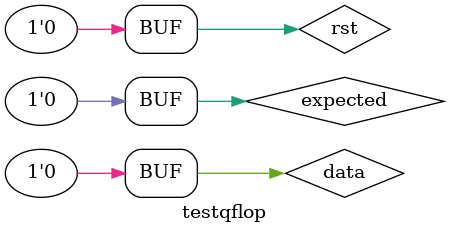
<source format=v>
module testqflop;
    reg data, rst;
    wire clk, ack, out;
    reg expected;

    q_flop qf(.rst(rst), .clk(clk), .data(data), .ack(ack), .out(out));
    q_clock qc(.rst(rst), .clk(clk), .ack(ack));

    initial
        begin
            $dumpfile("testqflop.vcd");
            $dumpvars(0,testqflop);
            #0      rst=1; data=1; expected=1;
            #10     rst=0; data=1; expected=1;
            #10     rst=0; data=0; expected=0;
            #10     rst=0; data=1; expected=1;
            #10     rst=0; data=0; expected=0;
        end
    initial
        $monitor(
            "[%d] data=%b clk=%b rst=%b ack=%b out=%b, expected out=%b",
            $time, data, clk, rst, ack, out, expected);

endmodule // testqflop

</source>
